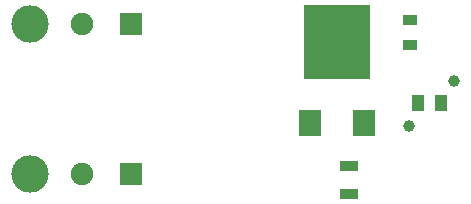
<source format=gbr>
%TF.GenerationSoftware,Altium Limited,Altium Designer,20.0.11 (256)*%
G04 Layer_Color=255*
%FSLAX26Y26*%
%MOIN*%
%TF.FileFunction,Pads,Top*%
%TF.Part,Single*%
G01*
G75*
%TA.AperFunction,SMDPad,CuDef*%
%ADD10R,0.049213X0.035433*%
%ADD11R,0.073000X0.085000*%
%ADD12R,0.219000X0.248000*%
%ADD13R,0.039764X0.057874*%
%ADD14R,0.061024X0.037402*%
%TA.AperFunction,ComponentPad*%
%ADD17C,0.039370*%
%ADD18C,0.125000*%
%ADD19C,0.075000*%
%ADD20R,0.075000X0.075000*%
D10*
X1380000Y686338D02*
D03*
Y603661D02*
D03*
D11*
X1045000Y343750D02*
D03*
X1225000D02*
D03*
D12*
X1135000Y614750D02*
D03*
D13*
X1406417Y410000D02*
D03*
X1483583D02*
D03*
D14*
X1175000Y201260D02*
D03*
Y108740D02*
D03*
D17*
X1376264Y333719D02*
D03*
X1524807Y482323D02*
D03*
D18*
X112004Y175000D02*
D03*
Y675000D02*
D03*
D19*
X287008Y175000D02*
D03*
Y675000D02*
D03*
D20*
X450000Y175000D02*
D03*
Y675000D02*
D03*
%TF.MD5,be7fba15e57e6dafbb4fe64becd60bf4*%
M02*

</source>
